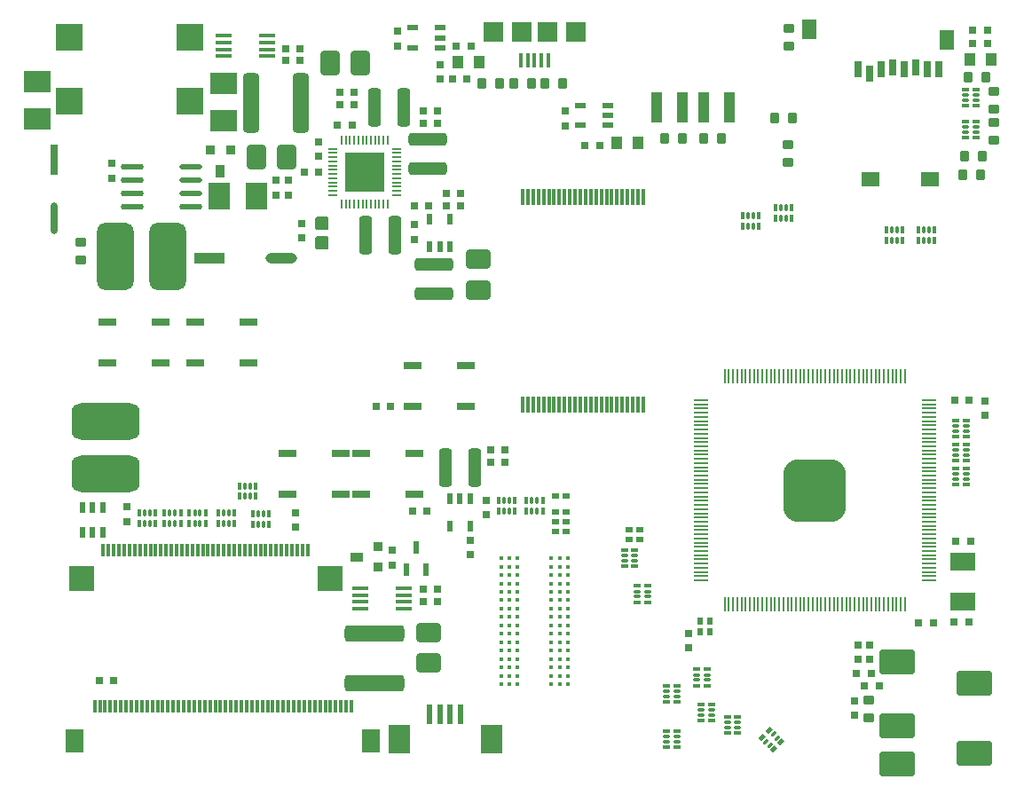
<source format=gtp>
G04 Layer_Color=8421504*
%FSLAX24Y24*%
%MOIN*%
G70*
G01*
G75*
%ADD12R,0.0984X0.0984*%
%ADD13R,0.0394X0.1181*%
G04:AMPARAMS|DCode=14|XSize=90.6mil|YSize=70.9mil|CornerRadius=8.9mil|HoleSize=0mil|Usage=FLASHONLY|Rotation=270.000|XOffset=0mil|YOffset=0mil|HoleType=Round|Shape=RoundedRectangle|*
%AMROUNDEDRECTD14*
21,1,0.0906,0.0532,0,0,270.0*
21,1,0.0728,0.0709,0,0,270.0*
1,1,0.0177,-0.0266,-0.0364*
1,1,0.0177,-0.0266,0.0364*
1,1,0.0177,0.0266,0.0364*
1,1,0.0177,0.0266,-0.0364*
%
%ADD14ROUNDEDRECTD14*%
%ADD15R,0.0300X0.0300*%
%ADD16R,0.0300X0.0300*%
G04:AMPARAMS|DCode=17|XSize=90.6mil|YSize=70.9mil|CornerRadius=8.9mil|HoleSize=0mil|Usage=FLASHONLY|Rotation=180.000|XOffset=0mil|YOffset=0mil|HoleType=Round|Shape=RoundedRectangle|*
%AMROUNDEDRECTD17*
21,1,0.0906,0.0532,0,0,180.0*
21,1,0.0728,0.0709,0,0,180.0*
1,1,0.0177,-0.0364,0.0266*
1,1,0.0177,0.0364,0.0266*
1,1,0.0177,0.0364,-0.0266*
1,1,0.0177,-0.0364,-0.0266*
%
%ADD17ROUNDEDRECTD17*%
G04:AMPARAMS|DCode=18|XSize=39.4mil|YSize=35.4mil|CornerRadius=4.4mil|HoleSize=0mil|Usage=FLASHONLY|Rotation=180.000|XOffset=0mil|YOffset=0mil|HoleType=Round|Shape=RoundedRectangle|*
%AMROUNDEDRECTD18*
21,1,0.0394,0.0266,0,0,180.0*
21,1,0.0305,0.0354,0,0,180.0*
1,1,0.0089,-0.0153,0.0133*
1,1,0.0089,0.0153,0.0133*
1,1,0.0089,0.0153,-0.0133*
1,1,0.0089,-0.0153,-0.0133*
%
%ADD18ROUNDEDRECTD18*%
%ADD19R,0.0984X0.0787*%
G04:AMPARAMS|DCode=20|XSize=23.6mil|YSize=15.7mil|CornerRadius=2mil|HoleSize=0mil|Usage=FLASHONLY|Rotation=90.000|XOffset=0mil|YOffset=0mil|HoleType=Round|Shape=RoundedRectangle|*
%AMROUNDEDRECTD20*
21,1,0.0236,0.0118,0,0,90.0*
21,1,0.0197,0.0157,0,0,90.0*
1,1,0.0039,0.0059,0.0098*
1,1,0.0039,0.0059,-0.0098*
1,1,0.0039,-0.0059,-0.0098*
1,1,0.0039,-0.0059,0.0098*
%
%ADD20ROUNDEDRECTD20*%
G04:AMPARAMS|DCode=21|XSize=23.6mil|YSize=11.8mil|CornerRadius=1.5mil|HoleSize=0mil|Usage=FLASHONLY|Rotation=90.000|XOffset=0mil|YOffset=0mil|HoleType=Round|Shape=RoundedRectangle|*
%AMROUNDEDRECTD21*
21,1,0.0236,0.0089,0,0,90.0*
21,1,0.0207,0.0118,0,0,90.0*
1,1,0.0030,0.0044,0.0103*
1,1,0.0030,0.0044,-0.0103*
1,1,0.0030,-0.0044,-0.0103*
1,1,0.0030,-0.0044,0.0103*
%
%ADD21ROUNDEDRECTD21*%
G04:AMPARAMS|DCode=22|XSize=23.6mil|YSize=15.7mil|CornerRadius=2mil|HoleSize=0mil|Usage=FLASHONLY|Rotation=180.000|XOffset=0mil|YOffset=0mil|HoleType=Round|Shape=RoundedRectangle|*
%AMROUNDEDRECTD22*
21,1,0.0236,0.0118,0,0,180.0*
21,1,0.0197,0.0157,0,0,180.0*
1,1,0.0039,-0.0098,0.0059*
1,1,0.0039,0.0098,0.0059*
1,1,0.0039,0.0098,-0.0059*
1,1,0.0039,-0.0098,-0.0059*
%
%ADD22ROUNDEDRECTD22*%
G04:AMPARAMS|DCode=23|XSize=23.6mil|YSize=11.8mil|CornerRadius=1.5mil|HoleSize=0mil|Usage=FLASHONLY|Rotation=180.000|XOffset=0mil|YOffset=0mil|HoleType=Round|Shape=RoundedRectangle|*
%AMROUNDEDRECTD23*
21,1,0.0236,0.0089,0,0,180.0*
21,1,0.0207,0.0118,0,0,180.0*
1,1,0.0030,-0.0103,0.0044*
1,1,0.0030,0.0103,0.0044*
1,1,0.0030,0.0103,-0.0044*
1,1,0.0030,-0.0103,-0.0044*
%
%ADD23ROUNDEDRECTD23*%
%ADD24R,0.0250X0.0200*%
%ADD25R,0.0200X0.0250*%
%ADD26R,0.0650X0.0300*%
G04:AMPARAMS|DCode=27|XSize=39.4mil|YSize=35.4mil|CornerRadius=4.4mil|HoleSize=0mil|Usage=FLASHONLY|Rotation=90.000|XOffset=0mil|YOffset=0mil|HoleType=Round|Shape=RoundedRectangle|*
%AMROUNDEDRECTD27*
21,1,0.0394,0.0266,0,0,90.0*
21,1,0.0305,0.0354,0,0,90.0*
1,1,0.0089,0.0133,0.0153*
1,1,0.0089,0.0133,-0.0153*
1,1,0.0089,-0.0133,-0.0153*
1,1,0.0089,-0.0133,0.0153*
%
%ADD27ROUNDEDRECTD27*%
%ADD28R,0.0400X0.0500*%
%ADD29O,0.1181X0.0394*%
%ADD30R,0.1181X0.0394*%
G04:AMPARAMS|DCode=31|XSize=137.8mil|YSize=255.9mil|CornerRadius=34.4mil|HoleSize=0mil|Usage=FLASHONLY|Rotation=270.000|XOffset=0mil|YOffset=0mil|HoleType=Round|Shape=RoundedRectangle|*
%AMROUNDEDRECTD31*
21,1,0.1378,0.1870,0,0,270.0*
21,1,0.0689,0.2559,0,0,270.0*
1,1,0.0689,-0.0935,-0.0344*
1,1,0.0689,-0.0935,0.0344*
1,1,0.0689,0.0935,0.0344*
1,1,0.0689,0.0935,-0.0344*
%
%ADD31ROUNDEDRECTD31*%
G04:AMPARAMS|DCode=32|XSize=137.8mil|YSize=255.9mil|CornerRadius=34.4mil|HoleSize=0mil|Usage=FLASHONLY|Rotation=0.000|XOffset=0mil|YOffset=0mil|HoleType=Round|Shape=RoundedRectangle|*
%AMROUNDEDRECTD32*
21,1,0.1378,0.1870,0,0,0.0*
21,1,0.0689,0.2559,0,0,0.0*
1,1,0.0689,0.0344,-0.0935*
1,1,0.0689,-0.0344,-0.0935*
1,1,0.0689,-0.0344,0.0935*
1,1,0.0689,0.0344,0.0935*
%
%ADD32ROUNDEDRECTD32*%
%ADD33O,0.0276X0.1181*%
%ADD34R,0.0276X0.1181*%
%ADD35C,0.0157*%
G04:AMPARAMS|DCode=36|XSize=50mil|YSize=50mil|CornerRadius=6.3mil|HoleSize=0mil|Usage=FLASHONLY|Rotation=270.000|XOffset=0mil|YOffset=0mil|HoleType=Round|Shape=RoundedRectangle|*
%AMROUNDEDRECTD36*
21,1,0.0500,0.0375,0,0,270.0*
21,1,0.0375,0.0500,0,0,270.0*
1,1,0.0125,-0.0188,-0.0188*
1,1,0.0125,-0.0188,0.0188*
1,1,0.0125,0.0188,0.0188*
1,1,0.0125,0.0188,-0.0188*
%
%ADD36ROUNDEDRECTD36*%
%ADD37R,0.0748X0.0748*%
%ADD38R,0.0150X0.0532*%
%ADD39R,0.0157X0.0532*%
%ADD40R,0.0433X0.0236*%
%ADD41O,0.0866X0.0217*%
%ADD42O,0.0866X0.0197*%
G04:AMPARAMS|DCode=43|XSize=94.5mil|YSize=133.9mil|CornerRadius=11.8mil|HoleSize=0mil|Usage=FLASHONLY|Rotation=90.000|XOffset=0mil|YOffset=0mil|HoleType=Round|Shape=RoundedRectangle|*
%AMROUNDEDRECTD43*
21,1,0.0945,0.1102,0,0,90.0*
21,1,0.0709,0.1339,0,0,90.0*
1,1,0.0236,0.0551,0.0354*
1,1,0.0236,0.0551,-0.0354*
1,1,0.0236,-0.0551,-0.0354*
1,1,0.0236,-0.0551,0.0354*
%
%ADD43ROUNDEDRECTD43*%
%ADD44R,0.0118X0.0472*%
%ADD45R,0.0945X0.0945*%
%ADD46R,0.0709X0.0866*%
%ADD47R,0.0118X0.0512*%
%ADD48R,0.0827X0.1102*%
%ADD49R,0.0236X0.0748*%
%ADD50R,0.0236X0.0433*%
%ADD51R,0.0120X0.0600*%
%ADD52R,0.0787X0.0984*%
%ADD53O,0.0630X0.0157*%
%ADD54R,0.0360X0.0500*%
%ADD55R,0.0360X0.0360*%
%ADD56R,0.0709X0.0551*%
%ADD57R,0.0551X0.0748*%
%ADD58R,0.0315X0.0591*%
%ADD59R,0.0945X0.0709*%
G04:AMPARAMS|DCode=60|XSize=47.2mil|YSize=145.7mil|CornerRadius=11.8mil|HoleSize=0mil|Usage=FLASHONLY|Rotation=180.000|XOffset=0mil|YOffset=0mil|HoleType=Round|Shape=RoundedRectangle|*
%AMROUNDEDRECTD60*
21,1,0.0472,0.1220,0,0,180.0*
21,1,0.0236,0.1457,0,0,180.0*
1,1,0.0236,-0.0118,0.0610*
1,1,0.0236,0.0118,0.0610*
1,1,0.0236,0.0118,-0.0610*
1,1,0.0236,-0.0118,-0.0610*
%
%ADD60ROUNDEDRECTD60*%
G04:AMPARAMS|DCode=61|XSize=47.2mil|YSize=145.7mil|CornerRadius=11.8mil|HoleSize=0mil|Usage=FLASHONLY|Rotation=90.000|XOffset=0mil|YOffset=0mil|HoleType=Round|Shape=RoundedRectangle|*
%AMROUNDEDRECTD61*
21,1,0.0472,0.1220,0,0,90.0*
21,1,0.0236,0.1457,0,0,90.0*
1,1,0.0236,0.0610,0.0118*
1,1,0.0236,0.0610,-0.0118*
1,1,0.0236,-0.0610,-0.0118*
1,1,0.0236,-0.0610,0.0118*
%
%ADD61ROUNDEDRECTD61*%
G04:AMPARAMS|DCode=62|XSize=63mil|YSize=224.4mil|CornerRadius=15.7mil|HoleSize=0mil|Usage=FLASHONLY|Rotation=180.000|XOffset=0mil|YOffset=0mil|HoleType=Round|Shape=RoundedRectangle|*
%AMROUNDEDRECTD62*
21,1,0.0630,0.1929,0,0,180.0*
21,1,0.0315,0.2244,0,0,180.0*
1,1,0.0315,-0.0157,0.0965*
1,1,0.0315,0.0157,0.0965*
1,1,0.0315,0.0157,-0.0965*
1,1,0.0315,-0.0157,-0.0965*
%
%ADD62ROUNDEDRECTD62*%
G04:AMPARAMS|DCode=63|XSize=63mil|YSize=224.4mil|CornerRadius=15.7mil|HoleSize=0mil|Usage=FLASHONLY|Rotation=90.000|XOffset=0mil|YOffset=0mil|HoleType=Round|Shape=RoundedRectangle|*
%AMROUNDEDRECTD63*
21,1,0.0630,0.1929,0,0,90.0*
21,1,0.0315,0.2244,0,0,90.0*
1,1,0.0315,0.0965,0.0157*
1,1,0.0315,0.0965,-0.0157*
1,1,0.0315,-0.0965,-0.0157*
1,1,0.0315,-0.0965,0.0157*
%
%ADD63ROUNDEDRECTD63*%
G04:AMPARAMS|DCode=64|XSize=23.6mil|YSize=15.7mil|CornerRadius=2mil|HoleSize=0mil|Usage=FLASHONLY|Rotation=225.000|XOffset=0mil|YOffset=0mil|HoleType=Round|Shape=RoundedRectangle|*
%AMROUNDEDRECTD64*
21,1,0.0236,0.0118,0,0,225.0*
21,1,0.0197,0.0157,0,0,225.0*
1,1,0.0039,-0.0111,-0.0028*
1,1,0.0039,0.0028,0.0111*
1,1,0.0039,0.0111,0.0028*
1,1,0.0039,-0.0028,-0.0111*
%
%ADD64ROUNDEDRECTD64*%
G04:AMPARAMS|DCode=65|XSize=23.6mil|YSize=11.8mil|CornerRadius=1.5mil|HoleSize=0mil|Usage=FLASHONLY|Rotation=225.000|XOffset=0mil|YOffset=0mil|HoleType=Round|Shape=RoundedRectangle|*
%AMROUNDEDRECTD65*
21,1,0.0236,0.0089,0,0,225.0*
21,1,0.0207,0.0118,0,0,225.0*
1,1,0.0030,-0.0104,-0.0042*
1,1,0.0030,0.0042,0.0104*
1,1,0.0030,0.0104,0.0042*
1,1,0.0030,-0.0042,-0.0104*
%
%ADD65ROUNDEDRECTD65*%
%ADD66R,0.0236X0.0512*%
%ADD67R,0.0360X0.0360*%
%ADD68R,0.0500X0.0360*%
G04:AMPARAMS|DCode=69|XSize=236.2mil|YSize=236.2mil|CornerRadius=59.1mil|HoleSize=0mil|Usage=FLASHONLY|Rotation=0.000|XOffset=0mil|YOffset=0mil|HoleType=Round|Shape=RoundedRectangle|*
%AMROUNDEDRECTD69*
21,1,0.2362,0.1181,0,0,0.0*
21,1,0.1181,0.2362,0,0,0.0*
1,1,0.1181,0.0591,-0.0591*
1,1,0.1181,-0.0591,-0.0591*
1,1,0.1181,-0.0591,0.0591*
1,1,0.1181,0.0591,0.0591*
%
%ADD69ROUNDEDRECTD69*%
%ADD70O,0.0591X0.0087*%
%ADD71O,0.0087X0.0591*%
%ADD72R,0.1476X0.1476*%
%ADD73O,0.0079X0.0394*%
%ADD74O,0.0394X0.0079*%
D12*
X6744Y27971D02*
D03*
Y25570D02*
D03*
X2216Y27971D02*
D03*
Y25570D02*
D03*
D13*
X24262Y25335D02*
D03*
X25246D02*
D03*
X26034D02*
D03*
X27018D02*
D03*
D14*
X11999Y27010D02*
D03*
X13141D02*
D03*
X9249Y23490D02*
D03*
X10391D02*
D03*
D15*
X34120Y5980D02*
D03*
X34670D02*
D03*
X16920Y21650D02*
D03*
X16370D02*
D03*
X16920Y22110D02*
D03*
X16370D02*
D03*
X15170Y21650D02*
D03*
X15720D02*
D03*
X15510Y7240D02*
D03*
X16060D02*
D03*
X11040Y22910D02*
D03*
X11590D02*
D03*
X16060Y24740D02*
D03*
X15510D02*
D03*
X16060Y25200D02*
D03*
X15510D02*
D03*
X12920Y25450D02*
D03*
X12370D02*
D03*
X12920Y25910D02*
D03*
X12370D02*
D03*
X36070Y9040D02*
D03*
X35520D02*
D03*
X35460Y6020D02*
D03*
X36010D02*
D03*
X12290Y24680D02*
D03*
X12840D02*
D03*
X17300Y27640D02*
D03*
X16750D02*
D03*
X16600Y26400D02*
D03*
X17150D02*
D03*
X32330Y4090D02*
D03*
X31780D02*
D03*
X21580Y23920D02*
D03*
X22130D02*
D03*
X32080Y3620D02*
D03*
X32630D02*
D03*
X35470Y14330D02*
D03*
X36020D02*
D03*
X10890Y27560D02*
D03*
X10340D02*
D03*
X10890Y27100D02*
D03*
X10340D02*
D03*
X16060Y6780D02*
D03*
X15510D02*
D03*
X36710Y28230D02*
D03*
X36160D02*
D03*
Y27750D02*
D03*
X36710D02*
D03*
X14280Y14110D02*
D03*
X13730D02*
D03*
X15660Y10180D02*
D03*
X15110D02*
D03*
X18590Y12020D02*
D03*
X18040D02*
D03*
X18590Y12490D02*
D03*
X18040D02*
D03*
X3330Y3800D02*
D03*
X3880D02*
D03*
D16*
X9980Y22610D02*
D03*
Y22060D02*
D03*
X15170Y20390D02*
D03*
Y20940D02*
D03*
X4390Y9790D02*
D03*
Y10340D02*
D03*
X14340Y8150D02*
D03*
Y8700D02*
D03*
X25490Y5030D02*
D03*
Y5580D02*
D03*
X10950Y20980D02*
D03*
Y20430D02*
D03*
X10440Y22610D02*
D03*
Y22060D02*
D03*
X16140Y26950D02*
D03*
Y26400D02*
D03*
X14560Y28200D02*
D03*
Y27650D02*
D03*
X3800Y23230D02*
D03*
Y22680D02*
D03*
X20830Y25210D02*
D03*
Y24660D02*
D03*
X31830Y4600D02*
D03*
Y5150D02*
D03*
X17870Y10580D02*
D03*
Y10030D02*
D03*
X36610Y13770D02*
D03*
Y14320D02*
D03*
X32290Y5150D02*
D03*
Y4600D02*
D03*
X11590Y23510D02*
D03*
Y24060D02*
D03*
X31700Y2500D02*
D03*
Y3050D02*
D03*
X10710Y10120D02*
D03*
Y9570D02*
D03*
X17280Y8540D02*
D03*
Y9090D02*
D03*
D17*
X17590Y19631D02*
D03*
Y18489D02*
D03*
X15710Y5621D02*
D03*
Y4479D02*
D03*
D18*
X2630Y19625D02*
D03*
Y20295D02*
D03*
X32240Y2425D02*
D03*
Y3095D02*
D03*
X36930Y25285D02*
D03*
Y25955D02*
D03*
X36940Y24775D02*
D03*
Y24105D02*
D03*
X29200Y23935D02*
D03*
Y23265D02*
D03*
X29230Y27655D02*
D03*
Y28325D02*
D03*
D19*
X1020Y26296D02*
D03*
Y24898D02*
D03*
X8000Y26256D02*
D03*
Y24858D02*
D03*
D20*
X7795Y9703D02*
D03*
X8405D02*
D03*
Y10097D02*
D03*
X7795D02*
D03*
X6725Y9703D02*
D03*
X7335D02*
D03*
Y10097D02*
D03*
X6725D02*
D03*
X4845Y9703D02*
D03*
X5455D02*
D03*
Y10097D02*
D03*
X4845D02*
D03*
X5785Y9703D02*
D03*
X6395D02*
D03*
Y10097D02*
D03*
X5785D02*
D03*
X19385Y10587D02*
D03*
X19995D02*
D03*
Y10193D02*
D03*
X19385D02*
D03*
X18335Y10587D02*
D03*
X18945D02*
D03*
Y10193D02*
D03*
X18335D02*
D03*
X33505Y20353D02*
D03*
X32895D02*
D03*
Y20747D02*
D03*
X33505D02*
D03*
X9115Y9673D02*
D03*
X9725D02*
D03*
Y10067D02*
D03*
X9115D02*
D03*
X9205Y10733D02*
D03*
X8595D02*
D03*
Y11127D02*
D03*
X9205D02*
D03*
X34725Y20747D02*
D03*
X34115D02*
D03*
Y20353D02*
D03*
X34725D02*
D03*
X29355Y21183D02*
D03*
X28745D02*
D03*
Y21577D02*
D03*
X29355D02*
D03*
X28115Y20883D02*
D03*
X27505D02*
D03*
Y21277D02*
D03*
X28115D02*
D03*
D21*
X8002Y9703D02*
D03*
X8198D02*
D03*
Y10097D02*
D03*
X8002D02*
D03*
X6932Y9703D02*
D03*
X7128D02*
D03*
Y10097D02*
D03*
X6932D02*
D03*
X5052Y9703D02*
D03*
X5248D02*
D03*
Y10097D02*
D03*
X5052D02*
D03*
X5992Y9703D02*
D03*
X6188D02*
D03*
Y10097D02*
D03*
X5992D02*
D03*
X19592Y10587D02*
D03*
X19788D02*
D03*
Y10193D02*
D03*
X19592D02*
D03*
X18542Y10587D02*
D03*
X18738D02*
D03*
Y10193D02*
D03*
X18542D02*
D03*
X33298Y20353D02*
D03*
X33102D02*
D03*
Y20747D02*
D03*
X33298D02*
D03*
X9322Y9673D02*
D03*
X9518D02*
D03*
Y10067D02*
D03*
X9322D02*
D03*
X8998Y10733D02*
D03*
X8802D02*
D03*
Y11127D02*
D03*
X8998D02*
D03*
X34518Y20747D02*
D03*
X34322D02*
D03*
Y20353D02*
D03*
X34518D02*
D03*
X29148Y21183D02*
D03*
X28952D02*
D03*
Y21577D02*
D03*
X29148D02*
D03*
X27908Y20883D02*
D03*
X27712D02*
D03*
Y21277D02*
D03*
X27908D02*
D03*
D22*
X35907Y11175D02*
D03*
Y11785D02*
D03*
X35513D02*
D03*
Y11175D02*
D03*
X35907Y12075D02*
D03*
Y12685D02*
D03*
X35513D02*
D03*
Y12075D02*
D03*
X35907Y12975D02*
D03*
Y13585D02*
D03*
X35513D02*
D03*
Y12975D02*
D03*
X25047Y1915D02*
D03*
Y1305D02*
D03*
X24653D02*
D03*
Y1915D02*
D03*
X26337Y2925D02*
D03*
Y2315D02*
D03*
X25943D02*
D03*
Y2925D02*
D03*
X27327Y2445D02*
D03*
Y1835D02*
D03*
X26933D02*
D03*
Y2445D02*
D03*
X25047Y3625D02*
D03*
Y3015D02*
D03*
X24653D02*
D03*
Y3625D02*
D03*
X26187Y4235D02*
D03*
Y3625D02*
D03*
X25793D02*
D03*
Y4235D02*
D03*
X23937Y7365D02*
D03*
Y6755D02*
D03*
X23543D02*
D03*
Y7365D02*
D03*
X23457Y8715D02*
D03*
Y8105D02*
D03*
X23063D02*
D03*
Y8715D02*
D03*
X35893Y25415D02*
D03*
Y26025D02*
D03*
X36287D02*
D03*
Y25415D02*
D03*
X35873Y24205D02*
D03*
Y24815D02*
D03*
X36267D02*
D03*
Y24205D02*
D03*
D23*
X35907Y11382D02*
D03*
Y11578D02*
D03*
X35513D02*
D03*
Y11382D02*
D03*
X35907Y12282D02*
D03*
Y12478D02*
D03*
X35513D02*
D03*
Y12282D02*
D03*
X35907Y13182D02*
D03*
Y13378D02*
D03*
X35513D02*
D03*
Y13182D02*
D03*
X25047Y1708D02*
D03*
Y1512D02*
D03*
X24653D02*
D03*
Y1708D02*
D03*
X26337Y2718D02*
D03*
Y2522D02*
D03*
X25943D02*
D03*
Y2718D02*
D03*
X27327Y2238D02*
D03*
Y2042D02*
D03*
X26933D02*
D03*
Y2238D02*
D03*
X25047Y3418D02*
D03*
Y3222D02*
D03*
X24653D02*
D03*
Y3418D02*
D03*
X26187Y4028D02*
D03*
Y3832D02*
D03*
X25793D02*
D03*
Y4028D02*
D03*
X23937Y7158D02*
D03*
Y6962D02*
D03*
X23543D02*
D03*
Y7158D02*
D03*
X23457Y8508D02*
D03*
Y8312D02*
D03*
X23063D02*
D03*
Y8508D02*
D03*
X35893Y25622D02*
D03*
Y25818D02*
D03*
X36287D02*
D03*
Y25622D02*
D03*
X35873Y24412D02*
D03*
Y24608D02*
D03*
X36267D02*
D03*
Y24412D02*
D03*
D24*
X23630Y9480D02*
D03*
X23230D02*
D03*
X23630Y9100D02*
D03*
X23230D02*
D03*
X20890Y9400D02*
D03*
X20490D02*
D03*
X20890Y9780D02*
D03*
X20490D02*
D03*
X20890Y10160D02*
D03*
X20490D02*
D03*
X20890Y10750D02*
D03*
X20490Y10750D02*
D03*
D25*
X25910Y5630D02*
D03*
X26290D02*
D03*
X25910Y6030D02*
D03*
X26290D02*
D03*
D26*
X17110Y14112D02*
D03*
X15110D02*
D03*
X17110Y15648D02*
D03*
X15110D02*
D03*
X12410Y10802D02*
D03*
X10410D02*
D03*
X12410Y12338D02*
D03*
X10410D02*
D03*
X15170Y10802D02*
D03*
X13170D02*
D03*
X15170Y12338D02*
D03*
X13170D02*
D03*
X5650Y15742D02*
D03*
X3650D02*
D03*
X5650Y17278D02*
D03*
X3650D02*
D03*
X8960Y15742D02*
D03*
X6960D02*
D03*
X8960Y17278D02*
D03*
X6960D02*
D03*
D27*
X17705Y26250D02*
D03*
X18375D02*
D03*
X18895D02*
D03*
X19565D02*
D03*
X20755Y26240D02*
D03*
X20085D02*
D03*
X24565Y24170D02*
D03*
X25235D02*
D03*
X26705D02*
D03*
X26035D02*
D03*
X35835Y23500D02*
D03*
X36505D02*
D03*
X35985Y26490D02*
D03*
X36655D02*
D03*
X35775Y22800D02*
D03*
X36445D02*
D03*
X29385Y24940D02*
D03*
X28715D02*
D03*
D28*
X36050Y27160D02*
D03*
X36850D02*
D03*
X17620Y27050D02*
D03*
X16820D02*
D03*
X23570Y24020D02*
D03*
X22770D02*
D03*
D29*
X10170Y19670D02*
D03*
D30*
X7470D02*
D03*
D31*
X3570Y11576D02*
D03*
Y13544D02*
D03*
D32*
X5914Y19730D02*
D03*
X3946D02*
D03*
D33*
X1650Y21170D02*
D03*
D34*
Y23370D02*
D03*
D35*
X18430Y8404D02*
D03*
X18745D02*
D03*
X19060D02*
D03*
X20320D02*
D03*
X20635D02*
D03*
X20950D02*
D03*
X18430Y8089D02*
D03*
X18745D02*
D03*
X19060D02*
D03*
X20320D02*
D03*
X20635D02*
D03*
X20950D02*
D03*
X18430Y7774D02*
D03*
X18745D02*
D03*
X19060D02*
D03*
X20320D02*
D03*
X20635D02*
D03*
X20950D02*
D03*
X18430Y7459D02*
D03*
X18745D02*
D03*
X19060D02*
D03*
X20320D02*
D03*
X20635D02*
D03*
X20950D02*
D03*
X18430Y7144D02*
D03*
X18745D02*
D03*
X19060D02*
D03*
X20320D02*
D03*
X20635D02*
D03*
X20950D02*
D03*
X18430Y6829D02*
D03*
X18745D02*
D03*
X19060D02*
D03*
X20320D02*
D03*
X20635D02*
D03*
X20950D02*
D03*
X18430Y6514D02*
D03*
X18745D02*
D03*
X19060D02*
D03*
X20320D02*
D03*
X20635D02*
D03*
X20950D02*
D03*
X18430Y6199D02*
D03*
X18745D02*
D03*
X19060D02*
D03*
X20320D02*
D03*
X20635D02*
D03*
X20950D02*
D03*
X18430Y5884D02*
D03*
X18745D02*
D03*
X19060D02*
D03*
X20320D02*
D03*
X20635D02*
D03*
X20950D02*
D03*
X18430Y5569D02*
D03*
X18745D02*
D03*
X19060D02*
D03*
X20320D02*
D03*
X20635D02*
D03*
X20950D02*
D03*
X18430Y5254D02*
D03*
X18745D02*
D03*
X19060D02*
D03*
X20320D02*
D03*
X20635D02*
D03*
X20950D02*
D03*
X18430Y4939D02*
D03*
X18745D02*
D03*
X19060D02*
D03*
X20320D02*
D03*
X20635D02*
D03*
X20950D02*
D03*
X18430Y4624D02*
D03*
X18745D02*
D03*
X19060D02*
D03*
X20320D02*
D03*
X20635D02*
D03*
X20950D02*
D03*
X18430Y4310D02*
D03*
X18745D02*
D03*
X19060D02*
D03*
X20320D02*
D03*
X20635D02*
D03*
X20950D02*
D03*
X18430Y3995D02*
D03*
X18745D02*
D03*
X19060D02*
D03*
X20320D02*
D03*
X20635D02*
D03*
X20950D02*
D03*
X18430Y3680D02*
D03*
X18745D02*
D03*
X19060D02*
D03*
X20320D02*
D03*
X20635D02*
D03*
X20950D02*
D03*
D36*
X11700Y20985D02*
D03*
Y20235D02*
D03*
D37*
X18135Y28170D02*
D03*
X19218D02*
D03*
X20162D02*
D03*
X21245D02*
D03*
D38*
X19178Y27117D02*
D03*
X20202D02*
D03*
D39*
X19434D02*
D03*
X19946D02*
D03*
X19690D02*
D03*
D40*
X15100Y28334D02*
D03*
Y27586D02*
D03*
X16140Y28334D02*
D03*
Y27960D02*
D03*
Y27586D02*
D03*
X21400Y25414D02*
D03*
Y24666D02*
D03*
X22440Y25414D02*
D03*
Y25040D02*
D03*
Y24666D02*
D03*
D41*
X6766Y21620D02*
D03*
X4574D02*
D03*
Y22120D02*
D03*
Y22620D02*
D03*
Y23120D02*
D03*
D42*
X6766Y22120D02*
D03*
Y22620D02*
D03*
Y23120D02*
D03*
D43*
X36217Y1081D02*
D03*
Y3719D02*
D03*
X33303Y2105D02*
D03*
X33310Y4507D02*
D03*
X33303Y688D02*
D03*
D44*
X3491Y8716D02*
D03*
X3688D02*
D03*
X3885D02*
D03*
X4082D02*
D03*
X4279D02*
D03*
X4476D02*
D03*
X4673D02*
D03*
X4869D02*
D03*
X5066D02*
D03*
X5263D02*
D03*
X5460D02*
D03*
X5657D02*
D03*
X5854D02*
D03*
X6050D02*
D03*
X6247D02*
D03*
X6444D02*
D03*
X6641D02*
D03*
X6838D02*
D03*
X7035D02*
D03*
X7232D02*
D03*
X7428D02*
D03*
X7625D02*
D03*
X7822D02*
D03*
X8019D02*
D03*
X8216D02*
D03*
X8413D02*
D03*
X8610D02*
D03*
X8806D02*
D03*
X9003D02*
D03*
X9200D02*
D03*
X9397D02*
D03*
X9594D02*
D03*
X9791D02*
D03*
X9987D02*
D03*
X10184D02*
D03*
X10381D02*
D03*
X10578D02*
D03*
X10775D02*
D03*
X10972D02*
D03*
X11169D02*
D03*
D45*
X11995Y7653D02*
D03*
X2665D02*
D03*
D46*
X13561Y1560D02*
D03*
X2419D02*
D03*
D47*
X12813Y2840D02*
D03*
X12616D02*
D03*
X12419D02*
D03*
X12222D02*
D03*
X12025D02*
D03*
X11829D02*
D03*
X11632D02*
D03*
X11435D02*
D03*
X11238D02*
D03*
X11041D02*
D03*
X10844D02*
D03*
X10647D02*
D03*
X10451D02*
D03*
X10254D02*
D03*
X10057D02*
D03*
X9860D02*
D03*
X9663D02*
D03*
X9466D02*
D03*
X9270D02*
D03*
X9073D02*
D03*
X8876D02*
D03*
X8679D02*
D03*
X8482D02*
D03*
X8285D02*
D03*
X8088D02*
D03*
X7892D02*
D03*
X7695D02*
D03*
X7498D02*
D03*
X7301D02*
D03*
X7104D02*
D03*
X6907D02*
D03*
X6710D02*
D03*
X6514D02*
D03*
X6317D02*
D03*
X6120D02*
D03*
X5923D02*
D03*
X5726D02*
D03*
X5529D02*
D03*
X5333D02*
D03*
X5136D02*
D03*
X4939D02*
D03*
X4742D02*
D03*
X4545D02*
D03*
X4348D02*
D03*
X4151D02*
D03*
X3955D02*
D03*
X3758D02*
D03*
X3561D02*
D03*
X3364D02*
D03*
X3167D02*
D03*
D48*
X14598Y1619D02*
D03*
X18062D02*
D03*
D49*
X15739Y2544D02*
D03*
X16133D02*
D03*
X16527D02*
D03*
X16921D02*
D03*
D50*
X16516Y9600D02*
D03*
X17264D02*
D03*
X16516Y10640D02*
D03*
X16890D02*
D03*
X17264D02*
D03*
X16504Y21140D02*
D03*
X15756D02*
D03*
X16504Y20100D02*
D03*
X16130D02*
D03*
X15756D02*
D03*
X3464Y10312D02*
D03*
X3090D02*
D03*
X2716D02*
D03*
Y9368D02*
D03*
X3090D02*
D03*
X3464D02*
D03*
D51*
X21608Y14192D02*
D03*
X22002D02*
D03*
X23183Y21968D02*
D03*
X21215Y14192D02*
D03*
X21805D02*
D03*
X19443Y21968D02*
D03*
X23577D02*
D03*
X23380Y21968D02*
D03*
X19640Y21968D02*
D03*
X22986D02*
D03*
X22593D02*
D03*
X22199D02*
D03*
X21805D02*
D03*
X21215D02*
D03*
X20821D02*
D03*
X20427D02*
D03*
X20034D02*
D03*
X23774Y21968D02*
D03*
X23774Y14192D02*
D03*
X23577D02*
D03*
X23380D02*
D03*
X23183D02*
D03*
X22986D02*
D03*
X22790D02*
D03*
X22593D02*
D03*
X20624D02*
D03*
X20427D02*
D03*
X20230D02*
D03*
X20034D02*
D03*
X19837D02*
D03*
X19640D02*
D03*
X19443D02*
D03*
X19246D02*
D03*
Y21968D02*
D03*
X22396Y14192D02*
D03*
X22790Y21968D02*
D03*
X22396D02*
D03*
X22002D02*
D03*
X21608D02*
D03*
X21018D02*
D03*
X20624D02*
D03*
X20230D02*
D03*
X19837D02*
D03*
X20821Y14192D02*
D03*
X21018D02*
D03*
X22199D02*
D03*
X21412D02*
D03*
Y21968D02*
D03*
D52*
X7844Y22020D02*
D03*
X9242D02*
D03*
D53*
X8003Y28034D02*
D03*
Y27778D02*
D03*
Y27522D02*
D03*
Y27266D02*
D03*
X9657Y28034D02*
D03*
Y27778D02*
D03*
Y27522D02*
D03*
Y27266D02*
D03*
X13133Y7284D02*
D03*
Y7028D02*
D03*
Y6772D02*
D03*
Y6516D02*
D03*
X14787Y7284D02*
D03*
Y7028D02*
D03*
Y6772D02*
D03*
Y6516D02*
D03*
D54*
X7890Y22960D02*
D03*
D55*
X7520Y23760D02*
D03*
X8270D02*
D03*
D56*
X34543Y22658D02*
D03*
X32299D02*
D03*
D57*
X35173Y27895D02*
D03*
X29996Y28288D02*
D03*
D58*
X31830Y26773D02*
D03*
X32263Y26615D02*
D03*
X32696Y26773D02*
D03*
X33130Y26851D02*
D03*
X33563Y26773D02*
D03*
X33996Y26851D02*
D03*
X34429Y26773D02*
D03*
X34862D02*
D03*
D59*
X35770Y8278D02*
D03*
Y6782D02*
D03*
D60*
X14441Y20530D02*
D03*
X13339D02*
D03*
X14791Y25350D02*
D03*
X13689D02*
D03*
X16339Y11810D02*
D03*
X17441D02*
D03*
D61*
X15690Y23039D02*
D03*
Y24141D02*
D03*
X15910Y19441D02*
D03*
Y18339D02*
D03*
D62*
X10895Y25510D02*
D03*
X9045D02*
D03*
D63*
X13680Y3715D02*
D03*
Y5565D02*
D03*
D64*
X28523Y1945D02*
D03*
X28955Y1513D02*
D03*
X28677Y1235D02*
D03*
X28245Y1667D02*
D03*
D65*
X28670Y1799D02*
D03*
X28809Y1660D02*
D03*
X28530Y1381D02*
D03*
X28391Y1520D02*
D03*
D66*
X15240Y8803D02*
D03*
X15614Y7977D02*
D03*
X14866D02*
D03*
D67*
X13800Y8080D02*
D03*
Y8830D02*
D03*
D68*
X13000Y8460D02*
D03*
D69*
X30220Y10960D02*
D03*
D70*
X25929Y14346D02*
D03*
Y14188D02*
D03*
Y14031D02*
D03*
Y13873D02*
D03*
Y13716D02*
D03*
Y13558D02*
D03*
Y13401D02*
D03*
Y13243D02*
D03*
Y13086D02*
D03*
Y12928D02*
D03*
Y12771D02*
D03*
Y12614D02*
D03*
Y12456D02*
D03*
Y12299D02*
D03*
Y12141D02*
D03*
Y11984D02*
D03*
Y11826D02*
D03*
Y11669D02*
D03*
Y11511D02*
D03*
Y11354D02*
D03*
Y11196D02*
D03*
Y11039D02*
D03*
Y10881D02*
D03*
Y10724D02*
D03*
Y10566D02*
D03*
Y10409D02*
D03*
Y10251D02*
D03*
Y10094D02*
D03*
Y9936D02*
D03*
Y9779D02*
D03*
Y9621D02*
D03*
Y9464D02*
D03*
Y9306D02*
D03*
Y9149D02*
D03*
Y8991D02*
D03*
Y8834D02*
D03*
Y8677D02*
D03*
Y8519D02*
D03*
Y8362D02*
D03*
Y8204D02*
D03*
Y8047D02*
D03*
Y7889D02*
D03*
Y7732D02*
D03*
Y7574D02*
D03*
X34511D02*
D03*
Y7732D02*
D03*
Y7889D02*
D03*
Y8047D02*
D03*
Y8204D02*
D03*
Y8362D02*
D03*
Y8519D02*
D03*
Y8677D02*
D03*
Y8834D02*
D03*
Y8991D02*
D03*
Y9149D02*
D03*
Y9306D02*
D03*
Y9464D02*
D03*
Y9621D02*
D03*
Y9779D02*
D03*
Y9936D02*
D03*
Y10094D02*
D03*
Y10251D02*
D03*
Y10409D02*
D03*
Y10566D02*
D03*
Y10724D02*
D03*
Y10881D02*
D03*
Y11039D02*
D03*
Y11196D02*
D03*
Y11354D02*
D03*
Y11511D02*
D03*
Y11669D02*
D03*
Y11826D02*
D03*
Y11984D02*
D03*
Y12141D02*
D03*
Y12299D02*
D03*
Y12456D02*
D03*
Y12614D02*
D03*
Y12771D02*
D03*
Y12928D02*
D03*
Y13086D02*
D03*
Y13243D02*
D03*
Y13401D02*
D03*
Y13558D02*
D03*
Y13716D02*
D03*
Y13873D02*
D03*
Y14031D02*
D03*
Y14188D02*
D03*
Y14346D02*
D03*
D71*
X26834Y6669D02*
D03*
X26992D02*
D03*
X27149D02*
D03*
X27307D02*
D03*
X27464D02*
D03*
X27622D02*
D03*
X27779D02*
D03*
X27937D02*
D03*
X28094D02*
D03*
X28251D02*
D03*
X28409D02*
D03*
X28566D02*
D03*
X28724D02*
D03*
X28881D02*
D03*
X29039D02*
D03*
X29196D02*
D03*
X29354D02*
D03*
X29511D02*
D03*
X29669D02*
D03*
X29826D02*
D03*
X29984D02*
D03*
X30141D02*
D03*
X30299D02*
D03*
X30456D02*
D03*
X30614D02*
D03*
X30771D02*
D03*
X30929D02*
D03*
X31086D02*
D03*
X31244D02*
D03*
X31401D02*
D03*
X31559D02*
D03*
X31716D02*
D03*
X31874D02*
D03*
X32031D02*
D03*
X32188D02*
D03*
X32346D02*
D03*
X32503D02*
D03*
X32661D02*
D03*
X32818D02*
D03*
X32976D02*
D03*
X33133D02*
D03*
X33291D02*
D03*
X33448D02*
D03*
X33606D02*
D03*
Y15251D02*
D03*
X33448D02*
D03*
X33291D02*
D03*
X33133D02*
D03*
X32976D02*
D03*
X32818D02*
D03*
X32661D02*
D03*
X32503D02*
D03*
X32346D02*
D03*
X32188D02*
D03*
X32031D02*
D03*
X31874D02*
D03*
X31716D02*
D03*
X31559D02*
D03*
X31401D02*
D03*
X31244D02*
D03*
X31086D02*
D03*
X30929D02*
D03*
X30771D02*
D03*
X30614D02*
D03*
X30456D02*
D03*
X30299D02*
D03*
X30141D02*
D03*
X29984D02*
D03*
X29826D02*
D03*
X29669D02*
D03*
X29511D02*
D03*
X29354D02*
D03*
X29196D02*
D03*
X29039D02*
D03*
X28881D02*
D03*
X28724D02*
D03*
X28566D02*
D03*
X28409D02*
D03*
X28251D02*
D03*
X28094D02*
D03*
X27937D02*
D03*
X27779D02*
D03*
X27622D02*
D03*
X27464D02*
D03*
X27307D02*
D03*
X27149D02*
D03*
X26992D02*
D03*
X26834D02*
D03*
D72*
X13310Y22920D02*
D03*
D73*
X14176Y21719D02*
D03*
X14019D02*
D03*
X13861D02*
D03*
X13704D02*
D03*
X13546D02*
D03*
X13389D02*
D03*
X13231D02*
D03*
X13074D02*
D03*
X12916D02*
D03*
X12759D02*
D03*
X12601D02*
D03*
X12444D02*
D03*
Y24121D02*
D03*
X12601D02*
D03*
X12759D02*
D03*
X12916D02*
D03*
X13074D02*
D03*
X13231D02*
D03*
X13389D02*
D03*
X13546D02*
D03*
X13704D02*
D03*
X13861D02*
D03*
X14019D02*
D03*
X14176D02*
D03*
D74*
X12109Y22054D02*
D03*
Y22211D02*
D03*
Y22369D02*
D03*
Y22526D02*
D03*
Y22684D02*
D03*
Y22841D02*
D03*
Y22999D02*
D03*
Y23156D02*
D03*
Y23314D02*
D03*
Y23471D02*
D03*
Y23629D02*
D03*
Y23786D02*
D03*
X14511D02*
D03*
Y23629D02*
D03*
Y23471D02*
D03*
Y23314D02*
D03*
Y23156D02*
D03*
Y22999D02*
D03*
Y22841D02*
D03*
Y22684D02*
D03*
Y22526D02*
D03*
Y22369D02*
D03*
Y22211D02*
D03*
Y22054D02*
D03*
M02*

</source>
